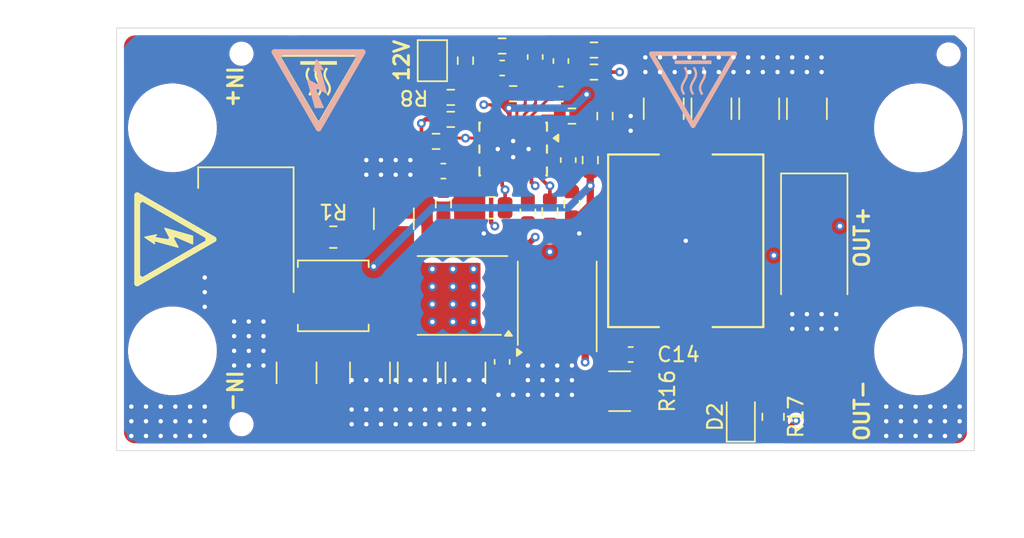
<source format=kicad_pcb>
(kicad_pcb (version 20241229) (generator "pcbnew") (generator_version "9.0")
  (title_block (title "Super Step Down P3A2") (date "2025-09-30") (rev "A") (company "UBCO Aerospace Club") (comment 1 "By Julian Joaquin") (comment 2 "An independent prototype design for the Super Step Down V3"))
  (layers (0 "F.Cu" signal) (4 "In1.Cu" signal) (6 "In2.Cu" signal) (2 "B.Cu" signal) (13 "F.Paste" user) (15 "B.Paste" user) (5 "F.SilkS" user "F.Silkscreen") (7 "B.SilkS" user "B.Silkscreen") (1 "F.Mask" user) (3 "B.Mask" user) (25 "Edge.Cuts" user))
  (net 0 "")
  (net 1 "PGND")
  (net 2 "/SNUB_RC")
  (net 3 "VIN")
  (net 4 "AGND")
  (net 5 "VCC")
  (net 6 "/SS_TRK")
  (net 7 "/BST")
  (net 8 "/ILIM")
  (net 9 "/FB")
  (net 10 "/COMP_RC2")
  (net 11 "/COMP")
  (net 12 "/COMP_RC1")
  (net 13 "VOUT")
  (net 14 "SYNCIN")
  (net 15 "/HO")
  (net 16 "/SW")
  (net 17 "PG")
  (net 18 "/LO")
  (net 19 "SYNCOUT")
  (net 20 "/JP_12V")
  (net 21 "/RT")
  (net 22 "/VOUT_LED")
  (net 23 "/RBST")
  (net 25 "/U1_VIN")
  (net 26 "/U1_EN")
  (net 27 "VBAT")
  (footprint "Capacitor_SMD:C_0603_1608Metric" (layer "F.Cu") (at 148 112.5 90)
    (property "Reference" "C13" (hide yes))
    (property "Value" "100nF")
  )
  (footprint "Resistor_SMD:R_0603_1608Metric" (layer "F.Cu") (at 151 112 90)
    (property "Reference" "R2" (hide yes))
    (property "Value" "2.2")
  )
  (footprint "Resistor_SMD:R_0603_1608Metric" (layer "F.Cu") (at 152.5 103 180)
    (property "Reference" "R9" (hide yes))
    (property "Value" "220")
  )
  (footprint "Package_TO_SOT_SMD:TDSON-8-1" (layer "F.Cu") (at 150 118.975 90)
    (property "Reference" "Q2" (hide yes))
    (property "Value" "BSC0805LS")
  )
  (footprint "Capacitor_SMD:C_0603_1608Metric" (layer "F.Cu") (at 150.25 102.25 90)
    (property "Reference" "C10" (hide yes))
    (property "Value" "1.5nF")
  )
  (footprint "Package_TO_SOT_SMD:TDSON-8-1" (layer "F.Cu") (at 143.55 118.225 180)
    (property "Reference" "Q1" (hide yes))
    (property "Value" "CSD19534Q5A")
  )
  (footprint "NetTie:NetTie-2_SMD_Pad0.5mm" (layer "F.Cu") (at 146.75 107.225 -90)
    (property "Reference" "NT1" (hide yes))
    (property "Value" "NetTie_2" (hide yes))
  )
  (footprint "Resistor_SMD:R_0603_1608Metric" (layer "F.Cu") (at 149.5 112.5 90)
    (property "Reference" "R14" (hide yes))
    (property "Value" "2.2")
  )
  (footprint "Capacitor_SMD:C_0805_2012Metric" (layer "F.Cu") (at 145.5 112.25 180)
    (property "Reference" "C8" (hide yes))
    (property "Value" "2.2uF")
  )
  (footprint "MountingHole:MountingHole_3.2mm_M3_ISO7380" (layer "F.Cu") (at 123.8 106.8)
    (property "Reference" "H1" (hide yes))
    (property "Value" "MountingHole")
  )
  (footprint "Connector_Wire:SolderWirePad_1x01_SMD_3x6mm" (layer "F.Cu") (at 174.9 126.8 -90)
    (property "Reference" "J4" (hide yes))
    (property "Value" "SolderPad")
  )
  (footprint "Resistor_SMD:R_0603_1608Metric" (layer "F.Cu") (at 141.75 107.725)
    (property "Reference" "R5" (hide yes))
    (property "Value" "20k")
  )
  (footprint "Capacitor_SMD:C_0603_1608Metric" (layer "F.Cu") (at 146.25 102.725 180)
    (property "Reference" "C11" (hide yes))
    (property "Value" "3.3nF")
  )
  (footprint "Resistor_SMD:R_0603_1608Metric" (layer "F.Cu") (at 147 104.475 180)
    (property "Reference" "R13" (hide yes))
    (property "Value" "3.74k")
  )
  (footprint "Capacitor_SMD:C_0603_1608Metric" (layer "F.Cu") (at 150.75 109 90)
    (property "Reference" "C7" (hide yes))
    (property "Value" "100nF")
  )
  (footprint "Capacitor_SMD:C_1210_3225Metric" (layer "F.Cu") (at 137.25 123.5 -90)
    (property "Reference" "C2" (hide yes))
    (property "Value" "10uF")
  )
  (footprint "Capacitor_Tantalum_SMD:CP_EIA-7343-30_AVX-N_HandSolder" (layer "F.Cu") (at 167.5 114.5 -90)
    (property "Reference" "C20" (hide yes))
    (property "Value" "100uF")
  )
  (footprint "Inductor_SMD:L_Coilcraft_XAL4040-XXX" (layer "F.Cu") (at 134.75 118.25 180)
    (property "Reference" "L1" (hide yes))
    (property "Value" "8.2uH")
  )
  (footprint "Connector_Wire:SolderWirePad_1x01_SMD_3x6mm" (layer "F.Cu") (at 174.9 114.4 -90)
    (property "Reference" "J3" (hide yes))
    (property "Value" "SolderPad")
  )
  (footprint "Connector_Wire:SolderWirePad_1x01_SMD_3x6mm" (layer "F.Cu") (at 123.5 102 90)
    (property "Reference" "J1" (hide yes))
    (property "Value" "SolderPad")
  )
  (footprint "Capacitor_SMD:C_0603_1608Metric" (layer "F.Cu") (at 146.25 122.75 -90)
    (property "Reference" "C1" (hide yes))
    (property "Value" "100nF")
  )
  (footprint "Capacitor_SMD:C_1210_3225Metric" (layer "F.Cu") (at 132.25 123.5 -90)
    (property "Reference" "C6" (hide yes))
    (property "Value" "10uF")
  )
  (footprint "Capacitor_SMD:C_1210_3225Metric" (layer "F.Cu") (at 143.75 123.5 -90)
    (property "Reference" "C4" (hide yes))
    (property "Value" "10uF")
  )
  (footprint "MountingHole:MountingHole_3.2mm_M3_ISO7380" (layer "F.Cu") (at 174.6 122)
    (property "Reference" "H4" (hide yes))
    (property "Value" "MountingHole")
  )
  (footprint "Capacitor_SMD:C_1210_3225Metric" (layer "F.Cu") (at 138.875 113 90)
    (property "Reference" "C5" (hide yes))
    (property "Value" "10uF")
  )
  (footprint "Capacitor_SMD:C_1210_3225Metric" (layer "F.Cu") (at 140.5 123.5 -90)
    (property "Reference" "C3" (hide yes))
    (property "Value" "10uF")
  )
  (footprint "Capacitor_SMD:C_1210_3225Metric" (layer "F.Cu") (at 167 105.5 90)
    (property "Reference" "C18" (hide yes))
    (property "Value" "22uF")
  )
  (footprint "LOGO" (layer "F.Cu") (at 133.75 104.25 180)
    (property "Reference" "G***" (hide yes))
    (property "Value" "LOGO" (hide yes))
  )
  (footprint "Capacitor_SMD:C_0603_1608Metric" (layer "F.Cu") (at 148.5 101.975 -90)
    (property "Reference" "C12" (hide yes))
    (property "Value" "47pF")
  )
  (footprint "Capacitor_SMD:C_1210_3225Metric" (layer "F.Cu") (at 157.25 105.5 90)
    (property "Reference" "C19" (hide yes))
    (property "Value" "22uF")
  )
  (footprint "Capacitor_SMD:C_0603_1608Metric" (layer "F.Cu") (at 150.25 104.5)
    (property "Reference" "C9" (hide yes))
    (property "Value" "47nF")
  )
  (footprint "Resistor_SMD:R_0603_1608Metric" (layer "F.Cu") (at 143.75 102.225 90)
    (property "Reference" "R12" (hide yes))
    (property "Value" "2.26k")
  )
  (footprint "Diode_SMD:D_SMC" (layer "F.Cu") (at 128.8 114.4 -90)
    (property "Reference" "D1" (hide yes))
    (property "Value" "70V")
  )
  (footprint "MountingHole:ToolingHole_1.152mm" (layer "F.Cu") (at 128.5 101.75)
    (property "Reference" "H6" (hide yes))
    (property "Value" "MountingHole")
  )
  (footprint "Resistor_SMD:R_0603_1608Metric" (layer "F.Cu") (at 152.25 109 90)
    (property "Reference" "R3" (hide yes))
    (property "Value" "150k")
  )
  (footprint "Resistor_SMD:R_0603_1608Metric" (layer "F.Cu") (at 142.75 106.225)
    (property "Reference" "R6" (hide yes))
    (property "Value" "20k")
  )
  (footprint "PA4342-472NLT:IND_PA4342_PUL-M" (layer "F.Cu") (at 158.75 114.5 90)
    (property "Reference" "L2" (hide yes))
    (property "Value" "4.7uH")
  )
  (footprint "MountingHole:MountingHole_3.2mm_M3_ISO7380" (layer "F.Cu") (at 174.6 106.8)
    (property "Reference" "H3" (hide yes))
    (property "Value" "MountingHole")
  )
  (footprint "LED_SMD:LED_0805_2012Metric" (layer "F.Cu") (at 162.5 126.5 90)
    (property "Reference" "D2")
    (property "Value" "YELLOW")
  )
  (footprint "Resistor_SMD:R_0603_1608Metric" (layer "F.Cu") (at 146.25 101.225 180)
    (property "Reference" "R11" (hide yes))
    (property "Value" "12k")
  )
  (footprint "Resistor_SMD:R_0603_1608Metric" (layer "F.Cu") (at 151 106)
    (property "Reference" "R7" (hide yes))
    (property "Value" "27k")
  )
  (footprint "Resistor_SMD:R_0603_1608Metric" (layer "F.Cu") (at 152.5 101.5 180)
    (property "Reference" "R10" (hide yes))
    (property "Value" "20k")
  )
  (footprint "Capacitor_SMD:C_0603_1608Metric" (layer "F.Cu") (at 142.25 109.75 180)
    (property "Reference" "C15" (hide yes))
    (property "Value" "18pF")
  )
  (footprint "Resistor_SMD:R_0603_1608Metric" (layer "F.Cu") (at 142.25 112 90)
    (property "Reference" "R15" (hide yes))
    (property "Value" "330")
  )
  (footprint "MountingHole:MountingHole_3.2mm_M3_ISO7380" (layer "F.Cu") (at 123.8 122)
    (property "Reference" "H2" (hide yes))
    (property "Value" "MountingHole")
  )
  (footprint "Connector_Wire:SolderWirePad_1x01_SMD_3x6mm" (layer "F.Cu") (at 123.5 126.8 90)
    (property "Reference" "J2" (hide yes))
    (property "Value" "SolderPad")
  )
  (footprint "MountingHole:ToolingHole_1.152mm" (layer "F.Cu") (at 128.5 127)
    (property "Reference" "H7" (hide yes))
    (property "Value" "MountingHole")
  )
  (footprint "Resistor_SMD:R_0805_2012Metric_Pad1.20x1.40mm_HandSolder" (layer "F.Cu") (at 134.75 114.25 180)
    (property "Reference" "R1")
    (property "Value" "10")
  )
  (footprint "Resistor_SMD:R_0603_1608Metric" (layer "F.Cu") (at 153.25 106 90)
    (property "Reference" "R4" (hide yes))
    (property "Value" "12k")
  )
  (footprint "Resistor_SMD:R_0805_2012Metric" (layer "F.Cu") (at 164.7 126.5 90)
    (property "Reference" "R17")
    (property "Value" "1k")
  )
  (footprint "LM5146RGYR:RGY0020B-MFG" (layer "F.Cu") (at 147 108.25 -90)
    (property "Reference" "U1" (hide yes))
    (property "Value" "LM5146RGYR")
  )
  (footprint "Symbol:Symbol_HighVoltage_Triangle_6x6mm_Copper" (layer "F.Cu") (at 124 114.4 -90)
    (property "Reference" "REF**" (hide yes))
    (property "Value" "Symbol_HighVoltage_Triangle_6x6mm_Copper" (hide yes))
  )
  (footprint "Capacitor_SMD:C_1210_3225Metric" (layer "F.Cu") (at 160.5 105.5 90)
    (property "Reference" "C16" (hide yes))
    (property "Value" "22uF")
  )
  (footprint "Capacitor_SMD:C_0603_1608Metric_Pad1.08x0.95mm_HandSolder" (layer "F.Cu") (at 155 122.25)
    (property "Reference" "C14")
    (property "Value" "1uF")
  )
  (footprint "Capacitor_SMD:C_1210_3225Metric" (layer "F.Cu") (at 163.75 105.5 90)
    (property "Reference" "C17" (hide yes))
    (property "Value" "22uF")
  )
  (footprint "Jumper:SolderJumper-2_P1.3mm_Open_TrianglePad1.0x1.5mm" (layer "F.Cu") (at 141.5 102.225 90)
    (property "Reference" "JP1" (hide yes))
    (property "Value" "12V")
  )
  (footprint "Resistor_SMD:R_1210_3225Metric_Pad1.30x2.65mm_HandSolder" (layer "F.Cu") (at 154.25 124.75 180)
    (property "Reference" "R16")
    (property "Value" "1")
  )
  (footprint "Resistor_SMD:R_0603_1608Metric" (layer "F.Cu") (at 142.75 104.725)
    (property "Reference" "R8")
    (property "Value" "0")
  )
  (footprint "MountingHole:ToolingHole_1.152mm" (layer "F.Cu") (at 176.65 101.8)
    (property "Reference" "H5" (hide yes))
    (property "Value" "MountingHole")
  )
  (footprint "LOGO" (layer "B.Cu") (at 159.25 104.2)
    (property "Reference" "G***" (hide yes))
    (property "Value" "LOGO" (hide yes))
  )
  (footprint "Symbol:Symbol_HighVoltage_Triangle_6x6mm_Copper" (layer "B.Cu") (at 133.75 104.241353)
    (property "Reference" "REF**" (hide yes))
    (property "Value" "Symbol_HighVoltage_Triangle_6x6mm_Copper" (hide yes))
  )
  (gr_rect (start 120 100) (end 178.4 128.8) (stroke (width 0.05)) (fill no) (layer "Edge.Cuts"))
  (gr_text "IN-" (at 128 126.25 270) (layer "F.SilkS") (effects (font (size 1 1) (thickness 0.2) (bold yes)) (justify right)))
  (gr_text "IN+" (at 128 102.5 270) (layer "F.SilkS") (effects (font (size 1 1) (thickness 0.2) (bold yes)) (justify left)))
  (gr_text "OUT-" (at 170.75 128.25 90) (layer "F.SilkS") (effects (font (size 1 1) (thickness 0.2) (bold yes)) (justify left)))
  (gr_text "OUT+" (at 170.75 114.25 90) (layer "F.SilkS") (effects (font (size 1 1) (thickness 0.2) (bold yes))))
  (gr_text "12V" (at 140 103.725 90) (layer "F.SilkS") (effects (font (size 1 1) (thickness 0.2) (bold yes)) (justify left bottom)))
  (segment (start 150.635 121.875) (end 150.635 122.635) (width 0.5) (layer "F.Cu") (net 1))
  (segment (start 150.65 121.79) (end 150.635 121.775) (width 0.4) (layer "F.Cu") (net 1))
  (segment (start 145.250001 109.899999) (end 145.250001 110.249999) (width 0.25) (layer "F.Cu") (net 1))
  (segment (start 144.55 112.975) (end 144.55 113.55) (width 0.3) (layer "F.Cu") (net 1))
  (segment (start 150.635 122.635) (end 151 123) (width 0.5) (layer "F.Cu") (net 1))
  (segment (start 147 108.25) (end 146.499999 108.25) (width 0.25) (layer "F.Cu") (net 1))
  (segment (start 144.55 112.975) (end 144.55 112.25) (width 0.3) (layer "F.Cu") (net 1))
  (segment (start 145.250001 109.5) (end 145.250001 109.899999) (width 0.25) (layer "F.Cu") (net 1))
  (segment (start 146.499999 108.25) (end 145.250001 109.5) (width 0.25) (layer "F.Cu") (net 1))
  (segment (start 144.55 110.95) (end 144.55 112.25) (width 0.25) (layer "F.Cu") (net 1))
  (segment (start 145.250001 110.249999) (end 144.55 110.95) (width 0.25) (layer "F.Cu") (net 1))
  (segment (start 144.55 113.55) (end 145 114) (width 0.3) (layer "F.Cu") (net 1))
  (segment (start 144.5 112.3) (end 144.55 112.25) (width 0.25) (layer "F.Cu") (net 1))
  (via (at 155 107) (size 0.6) (drill 0.3) (layers "F.Cu" "B.Cu") (net 1))
  (via (at 148 125) (size 0.6) (drill 0.3) (layers "F.Cu" "B.Cu") (net 1))
  (via (at 159 102) (size 0.6) (drill 0.3) (layers "F.Cu" "B.Cu") (net 1))
  (via (at 137 126) (size 0.6) (drill 0.3) (layers "F.Cu" "B.Cu") (net 1))
  (via (at 162 103) (size 0.6) (drill 0.3) (layers "F.Cu" "B.Cu") (net 1))
  (via (at 145 127) (size 0.6) (drill 0.3) (layers "F.Cu" "B.Cu") (net 1))
  (via (at 140 109) (size 0.6) (drill 0.3) (layers "F.Cu" "B.Cu") (net 1))
  (via (at 148 124) (size 0.6) (drill 0.3) (layers "F.Cu" "B.Cu") (net 1))
  (via (at 143 124) (size 0.6) (drill 0.3) (layers "F.Cu" "B.Cu") (net 1))
  (via (at 130 123) (size 0.6) (drill 0.3) (layers "F.Cu" "B.Cu") (net 1))
  (via (at 128 121) (size 0.6) (drill 0.3) (layers "F.Cu" "B.Cu") (net 1))
  (via (at 129 121) (size 0.6) (drill 0.3) (layers "F.Cu" "B.Cu") (net 1))
  (via (at 140 124) (size 0.6) (drill 0.3) (layers "F.Cu" "B.Cu") (net 1))
  (via (at 136 127) (size 0.6) (drill 0.3) (layers "F.Cu" "B.Cu") (net 1))
  (via (at 143 127) (size 0.6) (drill 0.3) (layers "F.Cu" "B.Cu") (net 1))
  (via (at 144 127) (size 0.6) (drill 0.3) (layers "F.Cu" "B.Cu") (net 1))
  (via (at 145 126) (size 0.6) (drill 0.3) (layers "F.Cu" "B.Cu") (net 1))
  (via (at 158 102) (size 0.6) (drill 0.3) (layers "F.Cu" "B.Cu") (net 1))
  (via (at 157 103) (size 0.6) (drill 0.3) (layers "F.Cu" "B.Cu") (net 1))
  (via (at 169 119.5) (size 0.6) (drill 0.3) (layers "F.Cu" "B.Cu") (net 1))
  (via (at 138 127) (size 0.6) (drill 0.3) (layers "F.Cu" "B.Cu") (net 1))
  (via (at 166 119.5) (size 0.6) (drill 0.3) (layers "F.Cu" "B.Cu") (net 1))
  (via (at 169 120.5) (size 0.6) (drill 0.3) (layers "F.Cu" "B.Cu") (net 1))
  (via (at 156 102) (size 0.6) (drill 0.3) (layers "F.Cu" "B.Cu") (net 1))
  (via (at 137 110) (size 0.6) (drill 0.3) (layers "F.Cu" "B.Cu") (net 1))
  (via (at 160 103) (size 0.6) (drill 0.3) (layers "F.Cu" "B.Cu") (net 1))
  (via (at 167 120.5) (size 0.6) (drill 0.3) (layers "F.Cu" "B.Cu") (net 1))
  (via (at 161 103) (size 0.6) (drill 0.3) (layers "F.Cu" "B.Cu") (net 1))
  (via (at 141 127) (size 0.6) (drill 0.3) (layers "F.Cu" "B.Cu") (net 1))
  (via (at 163 102) (size 0.6) (drill 0.3) (layers "F.Cu" "B.Cu") (net 1))
  (via (at 130 120) (size 0.6) (drill 0.3) (layers "F.Cu" "B.Cu") (net 1))
  (via (at 128 123) (size 0.6) (drill 0.3) (layers "F.Cu" "B.Cu") (net 1))
  (via (at 129 123) (size 0.6) (drill 0.3) (layers "F.Cu" "B.Cu") (net 1))
  (via (at 144 124) (size 0.6) (drill 0.3) (layers "F.Cu" "B.Cu") (net 1))
  (via (at 145 124) (size 0.6) (drill 0.3) (layers "F.Cu" "B.Cu") (net 1))
  (via (at 168 119.5) (size 0.6) (drill 0.3) (layers "F.Cu" "B.Cu") (net 1))
  (via (at 167 119.5) (size 0.6) (drill 0.3) (layers "F.Cu" "B.Cu") (net 1))
  (via (at 163 103) (size 0.6) (drill 0.3) (layers "F.Cu" "B.Cu") (net 1))
  (via (at 144 126) (size 0.6) (drill 0.3) (layers "F.Cu" "B.Cu") (net 1))
  (via (at 139 126) (size 0.6) (drill 0.3) (layers "F.Cu" "B.Cu") (net 1))
  (via (at 139 110) (size 0.6) (drill 0.3) (layers "F.Cu" "B.Cu") (net 1))
  (via (at 148 123) (size 0.6) (drill 0.3) (layers "F.Cu" "B.Cu") (net 1))
  (via (at 137 109) (size 0.6) (drill 0.3) (layers "F.Cu" "B.Cu") (net 1))
  (via (at 159 103) (size 0.6) (drill 0.3) (layers "F.Cu" "B.Cu") (net 1))
  (via (at 128 122) (size 0.6) (drill 0.3) (layers "F.Cu" "B.Cu") (net 1))
  (via (at 138 126) (size 0.6) (drill 0.3) (layers "F.Cu" "B.Cu") (net 1))
  (via (at 146 125) (size 0.6) (drill 0.3) (layers "F.Cu" "B.Cu") (net 1))
  (via (at 142 126) (size 0.6) (drill 0.3) (layers "F.Cu" "B.Cu") (net 1))
  (via (at 142 124) (size 0.6) (drill 0.3) (layers "F.Cu" "B.Cu") (net 1))
  (via (at 139 109) (size 0.6) (drill 0.3) (layers "F.Cu" "B.Cu") (net 1))
  (via (at 128 120) (size 0.6) (drill 0.3) (layers "F.Cu" "B.Cu") (net 1))
  (via (at 129 120) (size 0.6) (drill 0.3) (layers "F.Cu" "B.Cu") (net 1))
  (via (at 138 110) (size 0.6) (drill 0.3) (layers "F.Cu" "B.Cu") (net 1))
  (via (at 168 120.5) (size 0.6) (drill 0.3) (layers "F.Cu" "B.Cu") (net 1))
  (via (at 126 119) (size 0.6) (drill 0.3) (layers "F.Cu" "B.Cu") (net 1))
  (via (at 164 103) (size 0.6) (drill 0.3) (layers "F.Cu" "B.Cu") (net 1))
  (via (at 166 103) (size 0.6) (drill 0.3) (layers "F.Cu" "B.Cu") (net 1))
  (via (at 160 102) (size 0.6) (drill 0.3) (layers "F.Cu" "B.Cu") (net 1))
  (via (at 136 124) (size 0.6) (drill 0.3) (layers "F.Cu" "B.Cu") (net 1))
  (via (at 150 124) (size 0.6) (drill 0.3) (layers "F.Cu" "B.Cu") (net 1))
  (via (at 161 102) (size 0.6) (drill 0.3) (layers "F.Cu" "B.Cu") (net 1))
  (via (at 149 123) (size 0.6) (drill 0.3) (layers "F.Cu" "B.Cu") (net 1))
  (via (at 158.75 114.5) (size 0.6) (drill 0.3) (layers "F.Cu" "B.Cu") (net 1))
  (via (at 149 125) (size 0.6) (drill 0.3) (layers "F.Cu" "B.Cu") (net 1))
  (via (at 145 114) (size 0.6) (drill 0.3) (layers "F.Cu" "B.Cu") (net 1))
  (via (at 165 103) (size 0.6) (drill 0.3) (layers "F.Cu" "B.Cu") (net 1))
  (via (at 151 124) (size 0.6) (drill 0.3) (layers "F.Cu" "B.Cu") (net 1))
  (via (at 142 127) (size 0.6) (drill 0.3) (layers "F.Cu" "B.Cu") (net 1))
  (via (at 151 125) (size 0.6) (drill 0.3) (layers "F.Cu" "B.Cu") (net 1))
  (via (at 155 106) (size 0.6) (drill 0.3) (layers "F.Cu" "B.Cu") (net 1))
  (via (at 126 117) (size 0.6) (drill 0.3) (layers "F.Cu" "B.Cu") (net 1))
  (via (at 138 124) (size 0.6) (drill 0.3) (layers "F.Cu" "B.Cu") (net 1))
  (via (at 168 103) (size 0.6) (drill 0.3) (layers "F.Cu" "B.Cu") (net 1))
  (via (at 129 122) (size 0.6) (drill 0.3) (layers "F.Cu" "B.Cu") (net 1))
  (via (at 158 103) (size 0.6) (drill 0.3) (layers "F.Cu" "B.Cu") (net 1))
  (via (at 150 123) (size 0.6) (drill 0.3) (layers "F.Cu" "B.Cu") (net 1))
  (via (at 136 126) (size 0.6) (drill 0.3) (layers "F.Cu" "B.Cu") (net 1))
  (via (at 168 102) (size 0.6) (drill 0.3) (layers "F.Cu" "B.Cu") (net 1))
  (via (at 147 125) (size 0.6) (drill 0.3) (layers "F.Cu" "B.Cu") (net 1))
  (via (at 139 127) (size 0.6) (drill 0.3) (layers "F.Cu" "B.Cu") (net 1))
  (via (at 162 102) (size 0.6) (drill 0.3) (layers "F.Cu" "B.Cu") (net 1))
  (via (at 167 102) (size 0.6) (drill 0.3) (layers "F.Cu" "B.Cu") (net 1))
  (via (at 149 124) (size 0.6) (drill 0.3) (layers "F.Cu" "B.Cu") (net 1))
  (via (at 140 127) (size 0.6) (drill 0.3) (layers "F.Cu" "B.Cu") (net 1))
  (via (at 140 126) (size 0.6) (drill 0.3) (layers "F.Cu" "B.Cu") (net 1))
  (via (at 126 118) (size 0.6) (drill 0.3) (layers "F.Cu" "B.Cu") (net 1))
  (via (at 150 125) (size 0.6) (drill 0.3) (layers "F.Cu" "B.Cu") (net 1))
  (via (at 164 102) (size 0.6) (drill 0.3) (layers "F.Cu" "B.Cu") (net 1))
  (via (at 157 102) (size 0.6) (drill 0.3) (layers "F.Cu" "B.Cu") (net 1))
  (via (at 130 121) (size 0.6) (drill 0.3) (layers "F.Cu" "B.Cu") (net 1))
  (via (at 139 124) (size 0.6) (drill 0.3) (layers "F.Cu" "B.Cu") (net 1))
  (via (at 130 122) (size 0.6) (drill 0.3) (layers "F.Cu" "B.Cu") (net 1))
  (via (at 141 124) (size 0.6) (drill 0.3) (layers "F.Cu" "B.Cu") (net 1))
  (via (at 165 102) (size 0.6) (drill 0.3) (layers "F.Cu" "B.Cu") (net 1))
  (via (at 151.5 114) (size 0.6) (drill 0.3) (layers "F.Cu" "B.Cu") (net 1))
  (via (at 143 126) (size 0.6) (drill 0.3) (layers "F.Cu" "B.Cu") (net 1))
  (via (at 141 126) (size 0.6) (drill 0.3) (layers "F.Cu" "B.Cu") (net 1))
  (via (at 137 124) (size 0.6) (drill 0.3) (layers "F.Cu" "B.Cu") (net 1))
  (via (at 138 109) (size 0.6) (drill 0.3) (layers "F.Cu" "B.Cu") (net 1))
  (via (at 166 120.5) (size 0.6) (drill 0.3) (layers "F.Cu" "B.Cu") (net 1))
  (via (at 166 102) (size 0.6) (drill 0.3) (layers "F.Cu" "B.Cu") (net 1))
  (via (at 137 127) (size 0.6) (drill 0.3) (layers "F.Cu" "B.Cu") (net 1))
  (via (at 156 103) (size 0.6) (drill 0.3) (layers "F.Cu" "B.Cu") (net 1))
  (via (at 151 123) (size 0.6) (drill 0.3) (layers "F.Cu" "B.Cu") (net 1))
  (via (at 167 103) (size 0.6) (drill 0.3) (layers "F.Cu" "B.Cu") (net 1))
  (via (at 140 110) (size 0.6) (drill 0.3) (layers "F.Cu" "B.Cu") (net 1))
  (segment (start 152.25 112.05) (end 151.475 112.825) (width 0.5) (layer "F.Cu") (net 3))
  (segment (start 152.25 109.825) (end 152.25 110.75) (width 0.5) (layer "F.Cu") (net 3))
  (segment (start 151.475 112.825) (end 151 112.825) (width 0.5) (layer "F.Cu") (net 3))
  (segment (start 152.25 110.75) (end 152.25 112.05) (width 0.5) (layer "F.Cu") (net 3))
  (via (at 152.25 110.75) (size 0.6) (drill 0.3) (layers "F.Cu" "B.Cu") (net 3))
  (via (at 137.5 116.25) (size 0.6) (drill 0.3) (layers "F.Cu" "B.Cu") (net 3))
  (segment (start 137.5 116.25) (end 141.5 112.25) (width 0.5) (layer "B.Cu") (net 3))
  (segment (start 150.75 112.25) (end 152.25 110.75) (width 0.5) (layer "B.Cu") (net 3))
  (segment (start 141.5 112.25) (end 150.75 112.25) (width 0.5) (layer "B.Cu") (net 3))
  (segment (start 146.75 105.05) (end 146.175 104.475) (width 0.3) (layer "F.Cu") (net 4))
  (segment (start 146.175 104.475) (end 143.825 104.475) (width 0.3) (layer "F.Cu") (net 4))
  (segment (start 146.713343 105.456671) (end 146.75 105.420014) (width 0.25) (layer "F.Cu") (net 4))
  (segment (start 146.75 105.420014) (end 146.75 105.05) (width 0.3) (layer "F.Cu") (net 4))
  (segment (start 146.75 105.493328) (end 146.713343 105.456671) (width 0.25) (layer "F.Cu") (net 4))
  (segment (start 143.825 104.475) (end 143.575 104.725) (width 0.25) (layer "F.Cu") (net 4))
  (segment (start 143.275 104.725) (end 141.5 102.95) (width 0.3) (layer "F.Cu") (net 4))
  (segment (start 143.575 104.725) (end 143.275 104.725) (width 0.25) (layer "F.Cu") (net 4))
  (segment (start 146.75 106.600001) (end 146.75 105.493328) (width 0.25) (layer "F.Cu") (net 4))
  (via (at 146.713343 105.456671) (size 0.6) (drill 0.3) (layers "F.Cu" "B.Cu") (net 4))
  (via (at 152 104.525) (size 0.6) (drill 0.3) (layers "F.Cu" "B.Cu") (net 4))
  (segment (start 146.713343 105.456671) (end 151.068329 105.456671) (width 0.5) (layer "B.Cu") (net 4))
  (segment (start 151.068329 105.456671) (end 152 104.525) (width 0.5) (layer "B.Cu") (net 4))
  (segment (start 146.249999 110.724999) (end 146.249999 109.899999) (width 0.25) (layer "F.Cu") (net 5))
  (segment (start 146.45 110.925) (end 146.249999 110.724999) (width 0.25) (layer "F.Cu") (net 5))
  (segment (start 146.45 111.025) (end 146.45 112.25) (width 0.25) (layer "F.Cu") (net 5))
  (segment (start 141.025 106.225) (end 140.75 106.5) (width 0.3) (layer "F.Cu") (net 5))
  (segment (start 146.45 111.025) (end 146.45 110.925) (width 0.25) (layer "F.Cu") (net 5))
  (segment (start 140.75 106.5) (end 140.75 107.55) (width 0.25) (layer "F.Cu") (net 5))
  (segment (start 140.75 107.55) (end 140.925 107.725) (width 0.25) (layer "F.Cu") (net 5))
  (segment (start 141.925 106.225) (end 141.025 106.225) (width 0.3) (layer "F.Cu") (net 5))
  (via (at 146.45 111.025) (size 0.6) (drill 0.3) (layers "F.Cu" "B.Cu") (net 5))
  (via (at 140.75 106.5) (size 0.6) (drill 0.3) (layers "F.Cu" "B.Cu") (net 5))
  (segment (start 148.25 106.600001) (end 148.25 105.975) (width 0.2) (layer "F.Cu") (net 6))
  (segment (start 148.25 105.975) (end 149.475 104.75) (width 0.2) (layer "F.Cu") (net 6))
  (segment (start 149.475 104.525) (end 149.475 104.5) (width 0.2) (layer "F.Cu") (net 6))
  (segment (start 147.750001 109.899999) (end 147.750001 111.475001) (width 0.25) (layer "F.Cu") (net 7))
  (segment (start 147.750001 111.475001) (end 148 111.725) (width 0.25) (layer "F.Cu") (net 7))
  (segment (start 143.749999 109.000001) (end 142.25 110.5) (width 0.2) (layer "F.Cu") (net 8))
  (segment (start 144.849999 109.000001) (end 143.749999 109.000001) (width 0.2) (layer "F.Cu") (net 8))
  (segment (start 142.25 110.5) (end 142.25 111.175) (width 0.2) (layer "F.Cu") (net 8))
  (segment (start 150.275 101.5) (end 150.25 101.475) (width 0.2) (layer "F.Cu") (net 9))
  (segment (start 150.25 101.475) (end 149.5 101.475) (width 0.2) (layer "F.Cu") (net 9))
  (segment (start 147.075 101.225) (end 148.475 101.225) (width 0.2) (layer "F.Cu") (net 9))
  (segment (start 149.225 101.2) (end 148.5 101.2) (width 0.2) (layer "F.Cu") (net 9))
  (segment (start 146.224 103.475) (end 146 103.699) (width 0.2) (layer "F.Cu") (net 9))
  (segment (start 149.5 101.475) (end 149.225 101.2) (width 0.2) (layer "F.Cu") (net 9))
  (segment (start 146.25 103.475) (end 146.276 103.475) (width 0.2) (layer "F.Cu") (net 9))
  (segment (start 144.399 103.699) (end 143.75 103.05) (width 0.2) (layer "F.Cu") (net 9))
  (segment (start 146.276 103.475) (end 146.5 103.699) (width 0.2) (layer "F.Cu") (net 9))
  (segment (start 146.25 103.699) (end 146 103.699) (width 0.2) (layer "F.Cu") (net 9))
  (segment (start 146.276 103.475) (end 146.224 103.475) (width 0.2) (layer "F.Cu") (net 9))
  (segment (start 147.075 101.225) (end 146.25 102.05) (width 0.2) (layer "F.Cu") (net 9))
  (segment (start 146.5 103.699) (end 146.25 103.699) (width 0.2) (layer "F.Cu") (net 9))
  (segment (start 148.475 101.225) (end 148.5 101.2) (width 0.2) (layer "F.Cu") (net 9))
  (segment (start 147.049 103.699) (end 146.5 103.699) (width 0.2) (layer "F.Cu") (net 9))
  (segment (start 151.675 101.5) (end 150.275 101.5) (width 0.2) (layer "F.Cu") (net 9))
  (segment (start 146.25 102.05) (end 146.25 103.475) (width 0.2) (layer "F.Cu") (net 9))
  (segment (start 147.825 104.475) (end 147.049 103.699) (width 0.2) (layer "F.Cu") (net 9))
  (segment (start 147.25 105.725) (end 147.25 106.600001) (width 0.2) (layer "F.Cu") (net 9))
  (segment (start 146.25 103.475) (end 146.25 103.699) (width 0.2) (layer "F.Cu") (net 9))
  (segment (start 146 103.699) (end 144.399 103.699) (width 0.2) (layer "F.Cu") (net 9))
  (segment (start 147.825 105.15) (end 147.25 105.725) (width 0.2) (layer "F.Cu") (net 9))
  (segment (start 147.825 104.475) (end 147.825 105.15) (width 0.2) (layer "F.Cu") (net 9))
  (segment (start 150.25 103.025) (end 151.65 103.025) (width 0.2) (layer "F.Cu") (net 10))
  (segment (start 151.65 103.025) (end 151.675 103) (width 0.2) (layer "F.Cu") (net 10))
  (segment (start 148.5 102.75) (end 148.526 102.776) (width 0.2) (layer "F.Cu") (net 11))
  (segment (start 147.750001 105.899) (end 147.750001 106.600001) (width 0.2) (layer "F.Cu") (net 11))
  (segment (start 148.475 102.725) (end 148.5 102.75) (width 0.2) (layer "F.Cu") (net 11))
  (segment (start 148.526 102.776) (end 148.526 105.123001) (width 0.2) (layer "F.Cu") (net 11))
  (segment (start 147.025 102.725) (end 148.475 102.725) (width 0.2) (layer "F.Cu") (net 11))
  (segment (start 148.526 105.123001) (end 147.750001 105.899) (width 0.2) (layer "F.Cu") (net 11))
  (segment (start 145.425 102.675) (end 145.475 102.725) (width 0.2) (layer "F.Cu") (net 12))
  (segment (start 145.425 101.225) (end 145.425 102.675) (width 0.2) (layer "F.Cu") (net 12))
  (segment (start 154.25 103) (end 153.325 103) (width 0.25) (layer "F.Cu") (net 13))
  (segment (start 153.325 103) (end 153.325 101.5) (width 0.2) (layer "F.Cu") (net 13))
  (segment (start 165.5875 127.4125) (end 166.25 126.75) (width 0.3) (layer "F.Cu") (net 13))
  (segment (start 164.7 127.4125) (end 165.5875 127.4125) (width 0.3) (layer "F.Cu") (net 13))
  (via (at 154.25 103) (size 0.6) (drill 0.3) (layers "F.Cu" "B.Cu") (net 13))
  (via (at 169.25 113.5) (size 0.6) (drill 0.3) (layers "F.Cu" "B.Cu") (net 13))
  (via (at 164.75 115.5) (size 0.6) (drill 0.3) (layers "F.Cu" "B.Cu") (net 13))
  (via (at 166.25 126.75) (size 0.6) (drill 0.3) (layers "F.Cu" "B.Cu") (net 13))
  (segment (start 145.75 106.175) (end 145.45 105.875) (width 0.2) (layer "F.Cu") (net 14))
  (segment (start 145.75 106.600001) (end 145.75 106.175) (width 0.2) (layer "F.Cu") (net 14))
  (segment (start 143.575 106.225) (end 143.925 105.875) (width 0.2) (layer "F.Cu") (net 14))
  (segment (start 143.925 105.875) (end 145.45 105.875) (width 0.2) (layer "F.Cu") (net 14))
  (segment (start 143.425 106.225) (end 141.925 104.725) (width 0.2) (layer "F.Cu") (net 14))
  (segment (start 148.25 110.5) (end 148.25 109.899999) (width 0.25) (layer "F.Cu") (net 15))
  (segment (start 146.45 116.3) (end 146.45 116.32) (width 0.4) (layer "F.Cu") (net 15))
  (segment (start 148.5 110.75) (end 148.25 110.5) (width 0.3) (layer "F.Cu") (net 15))
  (segment (start 148.5 114.25) (end 146.45 116.3) (width 0.4) (layer "F.Cu") (net 15))
  (via (at 148.5 110.75) (size 0.6) (drill 0.3) (layers "F.Cu" "B.Cu") (net 15))
  (via (at 148.5 114.25) (size 0.6) (drill 0.3) (layers "F.Cu" "B.Cu") (net 15))
  (segment (start 144.944274 115.25) (end 145.5 115.805726) (width 0.25) (layer "F.Cu") (net 16))
  (segment (start 152.175 117.925) (end 150 117.925) (width 0.5) (layer "F.Cu") (net 16))
  (segment (start 148.749999 110.114701) (end 149.5 110.864702) (width 0.25) (layer "F.Cu") (net 16))
  (segment (start 148.749999 109.899999) (end 148.749999 110.114701) (width 0.25) (layer "F.Cu") (net 16))
  (segment (start 154.1375 122.25) (end 154.1375 119.8875) (width 0.5) (layer "F.Cu") (net 16))
  (segment (start 149.5 115.25) (end 148.79 115.25) (width 0.4) (layer "F.Cu") (net 16))
  (segment (start 142.75 115.25) (end 144.944274 115.25) (width 0.25) (layer "F.Cu") (net 16))
  (segment (start 149.5 110.864702) (end 149.5 111.675) (width 0.25) (layer "F.Cu") (net 16))
  (segment (start 142.25 112.825) (end 142.25 114.75) (width 0.25) (layer "F.Cu") (net 16))
  (segment (start 145.5 116.64) (end 146.45 117.59) (width 0.25) (layer "F.Cu") (net 16))
  (segment (start 148.145 115.895) (end 148.145 116.605) (width 0.4) (layer "F.Cu") (net 16))
  (segment (start 145.5 115.805726) (end 145.5 116.64) (width 0.25) (layer "F.Cu") (net 16))
  (segment (start 142.25 114.75) (end 142.75 115.25) (width 0.25) (layer "F.Cu") (net 16))
  (segment (start 147.16 117.59) (end 146.45 117.59) (width 0.4) (layer "F.Cu") (net 16))
  (segment (start 154.1375 119.8875) (end 152.175 117.925) (width 0.5) (layer "F.Cu") (net 16))
  (segment (start 148.145 116.605) (end 147.16 117.59) (width 0.4) (layer "F.Cu") (net 16))
  (segment (start 148.79 115.25) (end 148.145 115.895) (width 0.4) (layer "F.Cu") (net 16))
  (via (at 149.5 115.25) (size 0.6) (drill 0.3) (layers "F.Cu" "B.Cu") (net 16))
  (via (at 149.5 110.75) (size 0.6) (drill 0.3) (layers "F.Cu" "B.Cu") (net 16))
  (segment (start 143.75 107.499999) (end 142.800001 107.499999) (width 0.2) (layer "F.Cu") (net 17))
  (segment (start 144.849999 107.499999) (end 143.75 107.499999) (width 0.2) (layer "F.Cu") (net 17))
  (segment (start 142.800001 107.499999) (end 142.575 107.725) (width 0.2) (layer "F.Cu") (net 17))
  (via (at 143.75 107.499999) (size 0.6) (drill 0.3) (layers "F.Cu" "B.Cu") (net 17))
  (segment (start 145.75 110.614702) (end 145.75 109.899999) (width 0.25) (layer "F.Cu") (net 18))
  (segment (start 145.5 110.864702) (end 145.5 112.975) (width 0.3) (layer "F.Cu") (net 18))
  (segment (start 145.5 113.25) (end 145.75 113.5) (width 0.3) (layer "F.Cu") (net 18))
  (segment (start 151.905 122.77) (end 151.905 121.775) (width 0.5) (layer "F.Cu") (net 18))
  (segment (start 151.9 122.775) (end 151.905 122.77) (width 0.4) (layer "F.Cu") (net 18))
  (segment (start 145.5 112.975) (end 145.5 113.25) (width 0.3) (layer "F.Cu") (net 18))
  (segment (start 145.5 110.864702) (end 145.75 110.614702) (width 0.25) (layer "F.Cu") (net 18))
  (via (at 151.9 122.775) (size 0.6) (drill 0.3) (layers "F.Cu" "B.Cu") (net 18))
  (via (at 145.75 113.5) (size 0.6) (drill 0.3) (layers "F.Cu" "B.Cu") (net 18))
  (segment (start 145 105.225) (end 145.469098 105.225) (width 0.2) (layer "F.Cu") (net 19))
  (segment (start 145.469098 105.225) (end 146.249999 106.005901) (width 0.2) (layer "F.Cu") (net 19))
  (segment (start 146.249999 106.005901) (end 146.249999 106.600001) (width 0.2) (layer "F.Cu") (net 19))
  (via (at 145 105.225) (size 0.6) (drill 0.3) (layers "F.Cu" "B.Cu") (net 19))
  (segment (start 141.5 101.25) (end 143.65 101.25) (width 0.2) (layer "F.Cu") (net 20))
  (segment (start 143.65 101.25) (end 143.75 101.15) (width 0.2) (layer "F.Cu") (net 20))
  (segment (start 148.749999 106.250001) (end 149 106) (width 0.2) (layer "F.Cu") (net 21))
  (segment (start 149 106) (end 150.175 106) (width 0.2) (layer "F.Cu") (net 21))
  (segment (start 148.749999 106.600001) (end 148.749999 106.250001) (width 0.2) (layer "F.Cu") (net 21))
  (segment (start 162.525 125.5875) (end 162.5 125.5625) (width 0.3) (layer "F.Cu") (net 22))
  (segment (start 164.7 125.5875) (end 162.525 125.5875) (width 0.3) (layer "F.Cu") (net 22))
  (segment (start 149.45 113.275) (end 149.5 113.325) (width 0.25) (layer "F.Cu") (net 23))
  (segment (start 148 113.275) (end 149.45 113.275) (width 0.25) (layer "F.Cu") (net 23))
  (segment (start 149.150001 109.000001) (end 149.325001 109.000001) (width 0.25) (layer "F.Cu") (net 25))
  (segment (start 151 111.175) (end 151 110.025) (width 0.3) (layer "F.Cu") (net 25))
  (segment (start 151 110.025) (end 150.75 109.775) (width 0.3) (layer "F.Cu") (net 25))
  (segment (start 150.175 106.825) (end 153.25 106.825) (width 0.2) (layer "F.Cu") (net 26))
  (segment (start 152.25 108.175) (end 153.175 107.25) (width 0.2) (layer "F.Cu") (net 26))
  (segment (start 149.499999 107.499999) (end 149.5 107.5) (width 0.2) (layer "F.Cu") (net 26))
  (segment (start 149.150001 107.499999) (end 149.499999 107.499999) (width 0.2) (layer "F.Cu") (net 26))
  (segment (start 149.5 107.5) (end 150.175 106.825) (width 0.2) (layer "F.Cu") (net 26))
  (zone (net 25) (net_name "/U1_VIN") (layer "F.Cu") (name "TZU1VIN") (priority 4) (connect_pads yes (clearance 0.25)) (min_thickness 0.25) (fill yes (thermal_gap 0.5) (thermal_bridge_width 0.5))
    (polygon (pts (xy 148.85 108.85) (xy 148.85 109.15) (xy 149.4 109.15) (xy 150.5 110.290741) (xy 150.5 111.6) (xy 151.5 111.6) (xy 151.5 110.9) (xy 151.25 110.65) (xy 151.25 109.3) (xy 149.95 109.3) (xy 149.45 108.85)))
  )
  (zone (net 2) (net_name "/SNUB_RC") (layer "F.Cu") (name "TZSNUB") (priority 3) (connect_pads yes (clearance 0.25)) (min_thickness 0.25) (fill yes (thermal_gap 0.5) (thermal_bridge_width 0.5))
    (polygon (pts (xy 156.75 121.25) (xy 155 121.25) (xy 155 126.25) (xy 156.75 126.25)))
  )
  (zone (net 13) (net_name "VOUT") (layer "F.Cu") (name "TZOUT") (priority 3) (connect_pads yes (clearance 0.25)) (min_thickness 0.25) (fill yes (thermal_gap 0.5) (thermal_bridge_width 0.5))
    (polygon (pts (xy 164.25 116.25) (xy 160.25 112.25) (xy 155.75 112.25) (xy 155.75 105) (xy 171.5 105) (xy 171.5 106.857419) (xy 171.587891 107.299274) (xy 171.851563 107.935835) (xy 172.185284 108.435284) (xy 173.086288 109.336288) (xy 173.75222 109.78125) (xy 174.600968 110.132813) (xy 175.190108 110.25) (xy 178.25 110.25) (xy 178.25 118.5) (xy 173.5 118.5) (xy 171.25 116.25) (xy 168.5 116.25)))
  )
  (zone (net 4) (net_name "AGND") (layer "F.Cu") (name "TZAGND2") (priority 4) (connect_pads yes (clearance 0.25)) (min_thickness 0.25) (fill yes (thermal_gap 0.5) (thermal_bridge_width 0.5))
    (polygon (pts (xy 147.25 106.2) (xy 147.25 103) (xy 143 103) (xy 142.25 102.45) (xy 140.75 102.45) (xy 140.75 103.5) (xy 141.25 104) (xy 141.25 106.2)))
  )
  (zone (net 3) (net_name "VIN") (layer "F.Cu") (name "TZVIN") (priority 2) (connect_pads yes (clearance 0.25)) (min_thickness 0.25) (fill yes (thermal_gap 0.5) (thermal_bridge_width 0.5))
    (polygon (pts (xy 135 113.5) (xy 135 122.75) (xy 147 122.75) (xy 147.25 122.5) (xy 147.25 121.1) (xy 145.756738 121.1) (xy 145.4 120.939063) (xy 145.157812 120.75625) (xy 144.99375 120.592188) (xy 144.825 120.26875) (xy 144.75 119.962861) (xy 144.75 116) (xy 141 116) (xy 140.25 115.25) (xy 140.25 113.5)))
  )
  (zone (net 27) (net_name "VBAT") (layer "F.Cu") (name "TZBAT") (priority 1) (connect_pads yes (clearance 0.25)) (min_thickness 0.25) (fill yes (thermal_gap 0.5) (thermal_bridge_width 0.5))
    (polygon (pts (xy 120 101.875) (xy 121.875 100) (xy 125.5 100) (xy 131.75 100) (xy 131.75 110.25) (xy 134.5 113) (xy 134.5 122.75) (xy 131 122.75) (xy 131 116.65) (xy 126.5 112.15) (xy 126.5 105.561111) (xy 126.447266 105.295998) (xy 126.328614 105.009547) (xy 126.215983 104.840983) (xy 125.78617 104.41117) (xy 125.486501 104.210938) (xy 125.104564 104.052734) (xy 124.839452 104) (xy 120 104)))
  )
  (zone (net 4) (net_name "AGND") (layer "F.Cu") (name "TZAGND1") (priority 3) (connect_pads yes (clearance 0.25)) (min_thickness 0.25) (fill yes (thermal_gap 0.5) (thermal_bridge_width 0.5) (island_removal_mode 1) (island_area_min 10))
    (polygon (pts (xy 150.25 103.75) (xy 150.25 106.5) (xy 153.75 106.5) (xy 153.75 103.75)))
  )
  (zone (net 16) (net_name "/SW") (layer "F.Cu") (name "TZSW") (priority 2) (connect_pads yes (clearance 0.5)) (min_thickness 0.25) (fill yes (thermal_gap 0.5) (thermal_bridge_width 0.5))
    (polygon (pts (xy 145.25 119.61158) (xy 145.315625 119.871875) (xy 145.5125 120.2375) (xy 145.7625 120.4875) (xy 146.128125 120.684375) (xy 146.38842 120.75) (xy 160.007413 120.701746) (xy 160.183773 120.628146) (xy 160.4027 120.408442) (xy 160.5 120.172948) (xy 160.5 117.240251) (xy 160.427344 117.064844) (xy 160.209375 116.846875) (xy 159.975498 116.75) (xy 154.170138 116.75) (xy 154.021411 116.735352) (xy 153.800484 116.691407) (xy 153.376111 116.515626) (xy 153.043145 116.293145) (xy 152.26992 115.370434) (xy 152.150878 115.256347) (xy 151.953557 115.104785) (xy 151.765653 114.990657) (xy 151.460332 114.848162) (xy 151.343239 114.808383) (xy 151.16106 114.767964) (xy 150.997157 114.75) (xy 149.75 114.75) (xy 149 114.75) (xy 148.25 115.5) (xy 147.5 115.5) (xy 147.5 116.625) (xy 147.025 117.1) (xy 146.1 117.1) (xy 145.75 116.75) (xy 145.75 116) (xy 145.25 115.5)))
  )
  (zone (net 1) (net_name "PGND") (layers "F.Cu" "B.Cu" "In1.Cu" "In2.Cu") (name "TZPGND") (connect_pads yes (clearance 0.25)) (min_thickness 0.25) (fill yes (thermal_gap 0.5) (thermal_bridge_width 0.5) (smoothing fillet) (radius 3))
    (polygon (pts (xy 120 100) (xy 120 128.75) (xy 178.4 128.8) (xy 178.4 100)))
  )
)
</source>
